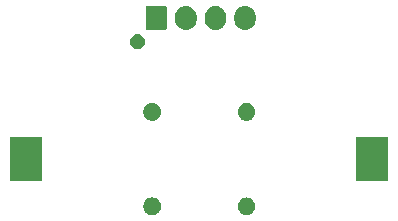
<source format=gbr>
G04 #@! TF.GenerationSoftware,KiCad,Pcbnew,(5.0.2)-1*
G04 #@! TF.CreationDate,2019-02-24T19:10:18-05:00*
G04 #@! TF.ProjectId,light_monitor,6c696768-745f-46d6-9f6e-69746f722e6b,R001*
G04 #@! TF.SameCoordinates,Original*
G04 #@! TF.FileFunction,Soldermask,Bot*
G04 #@! TF.FilePolarity,Negative*
%FSLAX46Y46*%
G04 Gerber Fmt 4.6, Leading zero omitted, Abs format (unit mm)*
G04 Created by KiCad (PCBNEW (5.0.2)-1) date 2/24/2019 7:10:18 PM*
%MOMM*%
%LPD*%
G01*
G04 APERTURE LIST*
%ADD10C,0.100000*%
G04 APERTURE END LIST*
D10*
G36*
X109492204Y-108492744D02*
X109579259Y-108510060D01*
X109715932Y-108566672D01*
X109715933Y-108566673D01*
X109838938Y-108648862D01*
X109943538Y-108753462D01*
X109943540Y-108753465D01*
X110025728Y-108876468D01*
X110082340Y-109013141D01*
X110111200Y-109158233D01*
X110111200Y-109306167D01*
X110082340Y-109451259D01*
X110025728Y-109587932D01*
X110025727Y-109587933D01*
X109943538Y-109710938D01*
X109838938Y-109815538D01*
X109838935Y-109815540D01*
X109715932Y-109897728D01*
X109579259Y-109954340D01*
X109492204Y-109971656D01*
X109434169Y-109983200D01*
X109286231Y-109983200D01*
X109228196Y-109971656D01*
X109141141Y-109954340D01*
X109004468Y-109897728D01*
X108881465Y-109815540D01*
X108881462Y-109815538D01*
X108776862Y-109710938D01*
X108694673Y-109587933D01*
X108694672Y-109587932D01*
X108638060Y-109451259D01*
X108609200Y-109306167D01*
X108609200Y-109158233D01*
X108638060Y-109013141D01*
X108694672Y-108876468D01*
X108776860Y-108753465D01*
X108776862Y-108753462D01*
X108881462Y-108648862D01*
X109004467Y-108566673D01*
X109004468Y-108566672D01*
X109141141Y-108510060D01*
X109228196Y-108492744D01*
X109286231Y-108481200D01*
X109434169Y-108481200D01*
X109492204Y-108492744D01*
X109492204Y-108492744D01*
G37*
G36*
X117492204Y-108492744D02*
X117579259Y-108510060D01*
X117715932Y-108566672D01*
X117715933Y-108566673D01*
X117838938Y-108648862D01*
X117943538Y-108753462D01*
X117943540Y-108753465D01*
X118025728Y-108876468D01*
X118082340Y-109013141D01*
X118111200Y-109158233D01*
X118111200Y-109306167D01*
X118082340Y-109451259D01*
X118025728Y-109587932D01*
X118025727Y-109587933D01*
X117943538Y-109710938D01*
X117838938Y-109815538D01*
X117838935Y-109815540D01*
X117715932Y-109897728D01*
X117579259Y-109954340D01*
X117492204Y-109971656D01*
X117434169Y-109983200D01*
X117286231Y-109983200D01*
X117228196Y-109971656D01*
X117141141Y-109954340D01*
X117004468Y-109897728D01*
X116881465Y-109815540D01*
X116881462Y-109815538D01*
X116776862Y-109710938D01*
X116694673Y-109587933D01*
X116694672Y-109587932D01*
X116638060Y-109451259D01*
X116609200Y-109306167D01*
X116609200Y-109158233D01*
X116638060Y-109013141D01*
X116694672Y-108876468D01*
X116776860Y-108753465D01*
X116776862Y-108753462D01*
X116881462Y-108648862D01*
X117004467Y-108566673D01*
X117004468Y-108566672D01*
X117141141Y-108510060D01*
X117228196Y-108492744D01*
X117286231Y-108481200D01*
X117434169Y-108481200D01*
X117492204Y-108492744D01*
X117492204Y-108492744D01*
G37*
G36*
X129340880Y-107098440D02*
X126638880Y-107098440D01*
X126638880Y-103396440D01*
X129340880Y-103396440D01*
X129340880Y-107098440D01*
X129340880Y-107098440D01*
G37*
G36*
X100040880Y-107098440D02*
X97338880Y-107098440D01*
X97338880Y-103396440D01*
X100040880Y-103396440D01*
X100040880Y-107098440D01*
X100040880Y-107098440D01*
G37*
G36*
X109492204Y-100492744D02*
X109579259Y-100510060D01*
X109715932Y-100566672D01*
X109715933Y-100566673D01*
X109838938Y-100648862D01*
X109943538Y-100753462D01*
X109943540Y-100753465D01*
X110025728Y-100876468D01*
X110082340Y-101013141D01*
X110111200Y-101158233D01*
X110111200Y-101306167D01*
X110082340Y-101451259D01*
X110025728Y-101587932D01*
X110025727Y-101587933D01*
X109943538Y-101710938D01*
X109838938Y-101815538D01*
X109838935Y-101815540D01*
X109715932Y-101897728D01*
X109579259Y-101954340D01*
X109492204Y-101971656D01*
X109434169Y-101983200D01*
X109286231Y-101983200D01*
X109228196Y-101971656D01*
X109141141Y-101954340D01*
X109004468Y-101897728D01*
X108881465Y-101815540D01*
X108881462Y-101815538D01*
X108776862Y-101710938D01*
X108694673Y-101587933D01*
X108694672Y-101587932D01*
X108638060Y-101451259D01*
X108609200Y-101306167D01*
X108609200Y-101158233D01*
X108638060Y-101013141D01*
X108694672Y-100876468D01*
X108776860Y-100753465D01*
X108776862Y-100753462D01*
X108881462Y-100648862D01*
X109004467Y-100566673D01*
X109004468Y-100566672D01*
X109141141Y-100510060D01*
X109228196Y-100492744D01*
X109286231Y-100481200D01*
X109434169Y-100481200D01*
X109492204Y-100492744D01*
X109492204Y-100492744D01*
G37*
G36*
X117492204Y-100492744D02*
X117579259Y-100510060D01*
X117715932Y-100566672D01*
X117715933Y-100566673D01*
X117838938Y-100648862D01*
X117943538Y-100753462D01*
X117943540Y-100753465D01*
X118025728Y-100876468D01*
X118082340Y-101013141D01*
X118111200Y-101158233D01*
X118111200Y-101306167D01*
X118082340Y-101451259D01*
X118025728Y-101587932D01*
X118025727Y-101587933D01*
X117943538Y-101710938D01*
X117838938Y-101815538D01*
X117838935Y-101815540D01*
X117715932Y-101897728D01*
X117579259Y-101954340D01*
X117492204Y-101971656D01*
X117434169Y-101983200D01*
X117286231Y-101983200D01*
X117228196Y-101971656D01*
X117141141Y-101954340D01*
X117004468Y-101897728D01*
X116881465Y-101815540D01*
X116881462Y-101815538D01*
X116776862Y-101710938D01*
X116694673Y-101587933D01*
X116694672Y-101587932D01*
X116638060Y-101451259D01*
X116609200Y-101306167D01*
X116609200Y-101158233D01*
X116638060Y-101013141D01*
X116694672Y-100876468D01*
X116776860Y-100753465D01*
X116776862Y-100753462D01*
X116881462Y-100648862D01*
X117004467Y-100566673D01*
X117004468Y-100566672D01*
X117141141Y-100510060D01*
X117228196Y-100492744D01*
X117286231Y-100481200D01*
X117434169Y-100481200D01*
X117492204Y-100492744D01*
X117492204Y-100492744D01*
G37*
G36*
X108317890Y-94663137D02*
X108436361Y-94712209D01*
X108542992Y-94783458D01*
X108633662Y-94874128D01*
X108704911Y-94980759D01*
X108753983Y-95099230D01*
X108779000Y-95225001D01*
X108779000Y-95353239D01*
X108753983Y-95479010D01*
X108704911Y-95597481D01*
X108633662Y-95704112D01*
X108542992Y-95794782D01*
X108436361Y-95866031D01*
X108317890Y-95915103D01*
X108192119Y-95940120D01*
X108063881Y-95940120D01*
X107938110Y-95915103D01*
X107819639Y-95866031D01*
X107713008Y-95794782D01*
X107622338Y-95704112D01*
X107551089Y-95597481D01*
X107502017Y-95479010D01*
X107477000Y-95353239D01*
X107477000Y-95225001D01*
X107502017Y-95099230D01*
X107551089Y-94980759D01*
X107622338Y-94874128D01*
X107713008Y-94783458D01*
X107819639Y-94712209D01*
X107938110Y-94663137D01*
X108063881Y-94638120D01*
X108192119Y-94638120D01*
X108317890Y-94663137D01*
X108317890Y-94663137D01*
G37*
G36*
X112404626Y-92276157D02*
X112517852Y-92310504D01*
X112574466Y-92327677D01*
X112730989Y-92411341D01*
X112868186Y-92523934D01*
X112951448Y-92625391D01*
X112980778Y-92661129D01*
X112980779Y-92661131D01*
X113064443Y-92817653D01*
X113081616Y-92874267D01*
X113115963Y-92987493D01*
X113129000Y-93119862D01*
X113129000Y-93458377D01*
X113115963Y-93590746D01*
X113064443Y-93760586D01*
X112980778Y-93917111D01*
X112980777Y-93917112D01*
X112868186Y-94054306D01*
X112773251Y-94132216D01*
X112730991Y-94166898D01*
X112730989Y-94166899D01*
X112574467Y-94250563D01*
X112533734Y-94262919D01*
X112404627Y-94302083D01*
X112228000Y-94319479D01*
X112051374Y-94302083D01*
X111922267Y-94262919D01*
X111881534Y-94250563D01*
X111725012Y-94166899D01*
X111725010Y-94166898D01*
X111587816Y-94054306D01*
X111587812Y-94054303D01*
X111475222Y-93917112D01*
X111391557Y-93760587D01*
X111374384Y-93703973D01*
X111340037Y-93590747D01*
X111327000Y-93458378D01*
X111327000Y-93119863D01*
X111340037Y-92987494D01*
X111391557Y-92817655D01*
X111391557Y-92817654D01*
X111475221Y-92661131D01*
X111587814Y-92523934D01*
X111689271Y-92440672D01*
X111725009Y-92411342D01*
X111742913Y-92401772D01*
X111881533Y-92327677D01*
X111938147Y-92310504D01*
X112051373Y-92276157D01*
X112228000Y-92258761D01*
X112404626Y-92276157D01*
X112404626Y-92276157D01*
G37*
G36*
X114904626Y-92276157D02*
X115017852Y-92310504D01*
X115074466Y-92327677D01*
X115230989Y-92411341D01*
X115368186Y-92523934D01*
X115451448Y-92625391D01*
X115480778Y-92661129D01*
X115480779Y-92661131D01*
X115564443Y-92817653D01*
X115581616Y-92874267D01*
X115615963Y-92987493D01*
X115629000Y-93119862D01*
X115629000Y-93458377D01*
X115615963Y-93590746D01*
X115564443Y-93760586D01*
X115480778Y-93917111D01*
X115480777Y-93917112D01*
X115368186Y-94054306D01*
X115273251Y-94132216D01*
X115230991Y-94166898D01*
X115230989Y-94166899D01*
X115074467Y-94250563D01*
X115033734Y-94262919D01*
X114904627Y-94302083D01*
X114728000Y-94319479D01*
X114551374Y-94302083D01*
X114422267Y-94262919D01*
X114381534Y-94250563D01*
X114225012Y-94166899D01*
X114225010Y-94166898D01*
X114087816Y-94054306D01*
X114087812Y-94054303D01*
X113975222Y-93917112D01*
X113891557Y-93760587D01*
X113874384Y-93703973D01*
X113840037Y-93590747D01*
X113827000Y-93458378D01*
X113827000Y-93119863D01*
X113840037Y-92987494D01*
X113891557Y-92817655D01*
X113891557Y-92817654D01*
X113975221Y-92661131D01*
X114087814Y-92523934D01*
X114189271Y-92440672D01*
X114225009Y-92411342D01*
X114242913Y-92401772D01*
X114381533Y-92327677D01*
X114438147Y-92310504D01*
X114551373Y-92276157D01*
X114728000Y-92258761D01*
X114904626Y-92276157D01*
X114904626Y-92276157D01*
G37*
G36*
X117404626Y-92276157D02*
X117517852Y-92310504D01*
X117574466Y-92327677D01*
X117730989Y-92411341D01*
X117868186Y-92523934D01*
X117951448Y-92625391D01*
X117980778Y-92661129D01*
X117980779Y-92661131D01*
X118064443Y-92817653D01*
X118081616Y-92874267D01*
X118115963Y-92987493D01*
X118129000Y-93119862D01*
X118129000Y-93458377D01*
X118115963Y-93590746D01*
X118064443Y-93760586D01*
X117980778Y-93917111D01*
X117980777Y-93917112D01*
X117868186Y-94054306D01*
X117773251Y-94132216D01*
X117730991Y-94166898D01*
X117730989Y-94166899D01*
X117574467Y-94250563D01*
X117533734Y-94262919D01*
X117404627Y-94302083D01*
X117228000Y-94319479D01*
X117051374Y-94302083D01*
X116922267Y-94262919D01*
X116881534Y-94250563D01*
X116725012Y-94166899D01*
X116725010Y-94166898D01*
X116587816Y-94054306D01*
X116587812Y-94054303D01*
X116475222Y-93917112D01*
X116391557Y-93760587D01*
X116374384Y-93703973D01*
X116340037Y-93590747D01*
X116327000Y-93458378D01*
X116327000Y-93119863D01*
X116340037Y-92987494D01*
X116391557Y-92817655D01*
X116391557Y-92817654D01*
X116475221Y-92661131D01*
X116587814Y-92523934D01*
X116689271Y-92440672D01*
X116725009Y-92411342D01*
X116742913Y-92401772D01*
X116881533Y-92327677D01*
X116938147Y-92310504D01*
X117051373Y-92276157D01*
X117228000Y-92258761D01*
X117404626Y-92276157D01*
X117404626Y-92276157D01*
G37*
G36*
X110486600Y-92267109D02*
X110519649Y-92277134D01*
X110550106Y-92293414D01*
X110576799Y-92315321D01*
X110598706Y-92342014D01*
X110614986Y-92372471D01*
X110625011Y-92405520D01*
X110629000Y-92446024D01*
X110629000Y-94132216D01*
X110625011Y-94172720D01*
X110614986Y-94205769D01*
X110598706Y-94236226D01*
X110576799Y-94262919D01*
X110550106Y-94284826D01*
X110519649Y-94301106D01*
X110486600Y-94311131D01*
X110446096Y-94315120D01*
X109009904Y-94315120D01*
X108969400Y-94311131D01*
X108936351Y-94301106D01*
X108905894Y-94284826D01*
X108879201Y-94262919D01*
X108857294Y-94236226D01*
X108841014Y-94205769D01*
X108830989Y-94172720D01*
X108827000Y-94132216D01*
X108827000Y-92446024D01*
X108830989Y-92405520D01*
X108841014Y-92372471D01*
X108857294Y-92342014D01*
X108879201Y-92315321D01*
X108905894Y-92293414D01*
X108936351Y-92277134D01*
X108969400Y-92267109D01*
X109009904Y-92263120D01*
X110446096Y-92263120D01*
X110486600Y-92267109D01*
X110486600Y-92267109D01*
G37*
M02*

</source>
